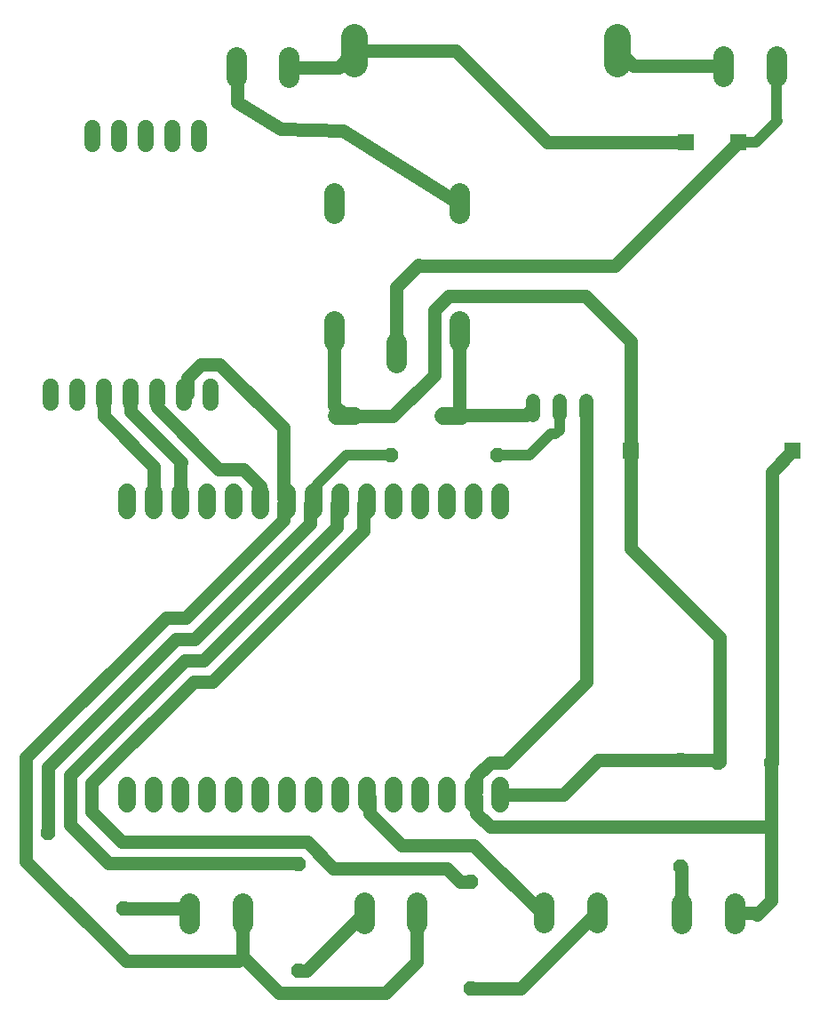
<source format=gbr>
G04 EAGLE Gerber RS-274X export*
G75*
%MOMM*%
%FSLAX34Y34*%
%LPD*%
%INBottom Copper*%
%IPPOS*%
%AMOC8*
5,1,8,0,0,1.08239X$1,22.5*%
G01*
%ADD10C,1.676400*%
%ADD11C,1.524000*%
%ADD12P,1.429621X8X337.500000*%
%ADD13P,1.429621X8X22.500000*%
%ADD14R,1.524000X1.524000*%
%ADD15P,1.429621X8X292.500000*%
%ADD16P,1.429621X8X112.500000*%
%ADD17C,1.981200*%
%ADD18C,2.540000*%
%ADD19C,1.320800*%
%ADD20P,1.429621X8X202.500000*%
%ADD21C,1.270000*%
%ADD22C,1.016000*%


D10*
X-353060Y-166370D02*
X-353060Y-149606D01*
X-327660Y-149606D02*
X-327660Y-166370D01*
X-302260Y-166370D02*
X-302260Y-149606D01*
X-276860Y-149606D02*
X-276860Y-166370D01*
X-251460Y-166370D02*
X-251460Y-149606D01*
X-226060Y-149606D02*
X-226060Y-166370D01*
X-200660Y-166370D02*
X-200660Y-149606D01*
X-175260Y-149606D02*
X-175260Y-166370D01*
X-149860Y-166370D02*
X-149860Y-149606D01*
X-124460Y-149606D02*
X-124460Y-166370D01*
X-99060Y-166370D02*
X-99060Y-149606D01*
X-73660Y-149606D02*
X-73660Y-166370D01*
X-48260Y-166370D02*
X-48260Y-149606D01*
X-22860Y-149606D02*
X-22860Y-166370D01*
X2540Y-166370D02*
X2540Y-149606D01*
X2540Y113030D02*
X2540Y129794D01*
X-22860Y129794D02*
X-22860Y113030D01*
X-48260Y113030D02*
X-48260Y129794D01*
X-73660Y129794D02*
X-73660Y113030D01*
X-99060Y113030D02*
X-99060Y129794D01*
X-124460Y129794D02*
X-124460Y113030D01*
X-149860Y113030D02*
X-149860Y129794D01*
X-175260Y129794D02*
X-175260Y113030D01*
X-200660Y113030D02*
X-200660Y129794D01*
X-226060Y129794D02*
X-226060Y113030D01*
X-251460Y113030D02*
X-251460Y129794D01*
X-276860Y129794D02*
X-276860Y113030D01*
X-302260Y113030D02*
X-302260Y129794D01*
X-327660Y129794D02*
X-327660Y113030D01*
X-353060Y113030D02*
X-353060Y129794D01*
D11*
X-385826Y461394D02*
X-385826Y476634D01*
X-360426Y476634D02*
X-360426Y461394D01*
X-335026Y461394D02*
X-335026Y476634D01*
X-309626Y476634D02*
X-309626Y461394D01*
X-284226Y461394D02*
X-284226Y476634D01*
X-425926Y230434D02*
X-425926Y215194D01*
X-400526Y215194D02*
X-400526Y230434D01*
X-375126Y230434D02*
X-375126Y215194D01*
X-349726Y215194D02*
X-349726Y230434D01*
X-324326Y230434D02*
X-324326Y215194D01*
X-298926Y215194D02*
X-298926Y230434D01*
X-273526Y230434D02*
X-273526Y215194D01*
D10*
X-153162Y202184D02*
X-136398Y202184D01*
X-51562Y202184D02*
X-34798Y202184D01*
D12*
X-428325Y-194824D03*
X-356483Y-266666D03*
D13*
X210058Y-128016D03*
X260858Y-128016D03*
D14*
X229470Y463230D03*
X179470Y463230D03*
X281470Y169230D03*
X127470Y169230D03*
D15*
X-189738Y-223774D03*
X-189738Y-325374D03*
D16*
X175006Y-227076D03*
X175006Y-125476D03*
D17*
X175768Y-261112D02*
X175768Y-280924D01*
X226060Y-280924D02*
X226060Y-261112D01*
X44450Y-260350D02*
X44450Y-280162D01*
X94742Y-280162D02*
X94742Y-260350D01*
X-127000Y-260858D02*
X-127000Y-280670D01*
X-76708Y-280670D02*
X-76708Y-260858D01*
X-293116Y-261112D02*
X-293116Y-280924D01*
X-242824Y-280924D02*
X-242824Y-261112D01*
X265938Y526034D02*
X265938Y545846D01*
X215646Y545846D02*
X215646Y526034D01*
X-198628Y524764D02*
X-198628Y544576D01*
X-248920Y544576D02*
X-248920Y524764D01*
X-96012Y272796D02*
X-96012Y252984D01*
X-36322Y273304D02*
X-36322Y293116D01*
X-155702Y293116D02*
X-155702Y273304D01*
X-155702Y395224D02*
X-155702Y415036D01*
X-36322Y415036D02*
X-36322Y395224D01*
D18*
X114808Y537972D02*
X114808Y563372D01*
X-135636Y563372D02*
X-135636Y537972D01*
D19*
X59436Y216916D02*
X59436Y203708D01*
X34036Y203708D02*
X34036Y216916D01*
X84836Y216916D02*
X84836Y203708D01*
D15*
X-24892Y-241046D03*
X-24892Y-342646D03*
D20*
X0Y165608D03*
X-101600Y165608D03*
D21*
X-327093Y154208D02*
X-375126Y202240D01*
X-375126Y222814D01*
X-327660Y153641D02*
X-327660Y121412D01*
X-327660Y153641D02*
X-327093Y154208D01*
X-300787Y158127D02*
X-349726Y207066D01*
X-349726Y222814D01*
X-302260Y156654D02*
X-302260Y121412D01*
X-302260Y156654D02*
X-300787Y158127D01*
X-265395Y152146D02*
X-324326Y211077D01*
X-324326Y222814D01*
X-265395Y152146D02*
X-242201Y152146D01*
X-226060Y136005D01*
X-226060Y121412D01*
X-43180Y202184D02*
X-39916Y205448D01*
X-36322Y209042D02*
X-36322Y283210D01*
X-36322Y209042D02*
X-43180Y202184D01*
X27178Y203454D02*
X34036Y210312D01*
X27178Y203454D02*
X-41910Y203454D01*
X-43180Y202184D01*
D22*
X265938Y484124D02*
X266660Y483402D01*
X265938Y484124D02*
X265938Y535940D01*
X266660Y483402D02*
X246488Y463230D01*
X229470Y463230D01*
D21*
X-73930Y345440D02*
X-74803Y346313D01*
X-96012Y325104D01*
X-96012Y262890D01*
X111680Y345440D02*
X229470Y463230D01*
X111680Y345440D02*
X-73930Y345440D01*
X260858Y-128016D02*
X260858Y-188976D01*
X260858Y-258826D01*
X247396Y-272288D01*
X246126Y-271018D01*
X226060Y-271018D01*
X-19812Y-161036D02*
X-22860Y-157988D01*
X-19812Y-161036D02*
X-19812Y-175629D01*
X-6465Y-188976D01*
X260858Y-188976D01*
X261658Y149418D02*
X281470Y169230D01*
X261658Y149418D02*
X261658Y-127216D01*
X260858Y-128016D01*
X84836Y-50292D02*
X84836Y210312D01*
X84836Y-50292D02*
X7874Y-127254D01*
X-6719Y-127254D01*
X-19812Y-140347D01*
X-19812Y-154940D01*
X-22860Y-157988D01*
X-48006Y-228346D02*
X-156070Y-228346D01*
X-181216Y-203200D01*
X-321818Y-203200D02*
X-322441Y-203200D01*
X-321818Y-203200D02*
X-181216Y-203200D01*
X-35306Y-241046D02*
X-24892Y-241046D01*
X-35306Y-241046D02*
X-48006Y-228346D01*
X-289490Y-50292D02*
X-386697Y-147499D01*
X-386697Y-173990D01*
X-289490Y-50292D02*
X-271561Y-50292D01*
X-127508Y118364D02*
X-124460Y121412D01*
X-127508Y118364D02*
X-127508Y93761D01*
X-271561Y-50292D01*
X-386697Y-173990D02*
X-357487Y-203200D01*
X-322441Y-203200D01*
D22*
X-179578Y117094D02*
X-175260Y121412D01*
D21*
X-428325Y-131653D02*
X-428325Y-194824D01*
X-178308Y118364D02*
X-175260Y121412D01*
X-306324Y-9652D02*
X-428325Y-131653D01*
X-306324Y-9652D02*
X-288394Y-9652D01*
X-178308Y100435D02*
X-178308Y118364D01*
X-178308Y100435D02*
X-288394Y-9652D01*
X-175260Y121412D02*
X-173228Y123444D01*
D22*
X-171958Y124714D02*
X-175260Y121412D01*
X-171958Y124714D02*
X-171958Y137511D01*
X-143861Y165608D01*
X-101600Y165608D01*
D21*
X127470Y169230D02*
X127470Y76238D01*
X211582Y-7874D01*
X211582Y-126492D01*
X210058Y-128016D01*
X207010Y-124968D01*
X96012Y-124968D01*
X62992Y-157988D02*
X2540Y-157988D01*
X62992Y-157988D02*
X96012Y-124968D01*
X-155702Y213106D02*
X-155702Y283210D01*
X-155702Y213106D02*
X-144780Y202184D01*
X-60198Y303006D02*
X-46212Y316992D01*
X-99429Y202184D02*
X-144780Y202184D01*
X-99429Y202184D02*
X-60198Y241415D01*
X127254Y273698D02*
X127254Y169446D01*
X127470Y169230D01*
X-60198Y241415D02*
X-60198Y303006D01*
X83960Y316992D02*
X127254Y273698D01*
X83960Y316992D02*
X-46212Y316992D01*
X-297468Y-266666D02*
X-356483Y-266666D01*
X-297468Y-266666D02*
X-293116Y-271018D01*
X-189738Y-325374D02*
X-181610Y-325374D01*
X-127000Y-270764D01*
X175006Y-227076D02*
X175768Y-227838D01*
X175768Y-271018D01*
X-121412Y-161036D02*
X-124460Y-157988D01*
X-121412Y-161036D02*
X-121412Y-175629D01*
X-91047Y-205994D01*
X-22606Y-205994D01*
X41656Y-270256D01*
X44450Y-270256D01*
X-239014Y-262636D02*
X-242824Y-266446D01*
X-242824Y-271018D01*
X-242824Y-312166D01*
X-208026Y-346964D01*
X-106680Y-346964D01*
X-76708Y-316992D01*
X-76708Y-270764D01*
X-203708Y118364D02*
X-200660Y121412D01*
X-203708Y118364D02*
X-203708Y103771D01*
X-296811Y10668D01*
X-315757Y10668D01*
X-448900Y-122475D01*
X-448900Y-221407D01*
X-353822Y-316484D01*
X-247142Y-316484D01*
X-242824Y-312166D01*
X-298926Y219678D02*
X-298926Y222814D01*
X-203708Y124460D02*
X-200660Y121412D01*
X-264583Y252024D02*
X-282469Y252024D01*
X-295116Y239377D01*
X-295116Y223488D01*
X-298926Y219678D01*
X-203708Y191149D02*
X-203708Y124460D01*
X-203708Y191149D02*
X-264583Y252024D01*
X-189992Y-223520D02*
X-189738Y-223774D01*
X-152908Y118364D02*
X-149860Y121412D01*
X-297907Y-29972D02*
X-407018Y-139082D01*
X-297907Y-29972D02*
X-279978Y-29972D01*
X-152908Y97098D02*
X-152908Y118364D01*
X-152908Y97098D02*
X-279978Y-29972D01*
X-407018Y-139082D02*
X-407018Y-186834D01*
X-370332Y-223520D02*
X-189992Y-223520D01*
X-370332Y-223520D02*
X-407018Y-186834D01*
X22352Y-342646D02*
X94742Y-270256D01*
X22352Y-342646D02*
X-24892Y-342646D01*
X179470Y463230D02*
X179404Y463296D01*
X48006Y463296D01*
X-39370Y550672D01*
X-135636Y550672D01*
X-151638Y534670D01*
X-198628Y534670D01*
X129540Y535940D02*
X215646Y535940D01*
X129540Y535940D02*
X114808Y550672D01*
X-36322Y405130D02*
X-146812Y474472D01*
X-206248Y475742D01*
X-247984Y501534D01*
X-248920Y534670D01*
D22*
X0Y165608D02*
X30988Y165608D01*
X50800Y185420D02*
X55626Y185420D01*
X59436Y189230D01*
X59436Y210312D01*
X50800Y185420D02*
X30988Y165608D01*
M02*

</source>
